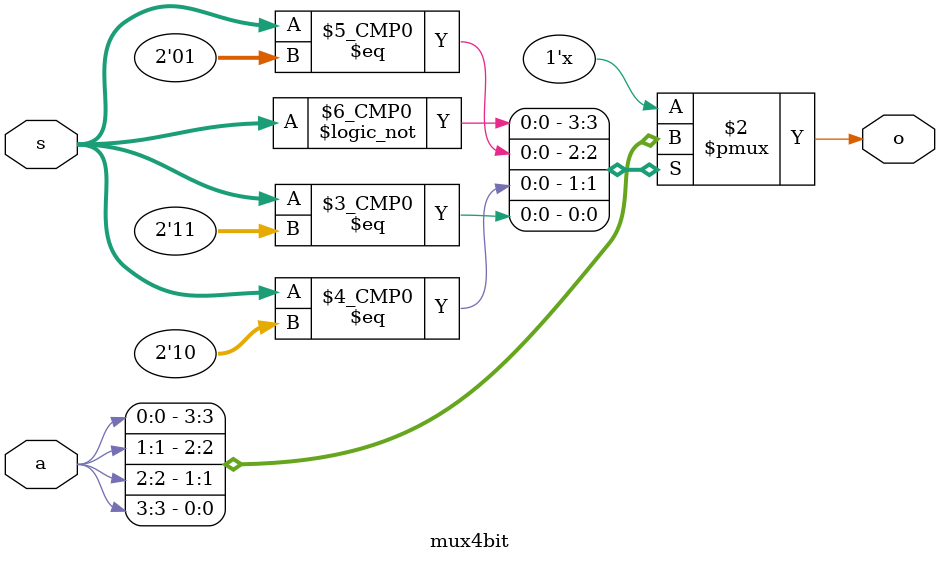
<source format=v>
`timescale 1ns / 1ps


module mux4bit(a,s,o);
input [3:0] a;
input [1:0] s;
output o;
reg o;
always @(a or s)
begin
case(s)
2'b00:o=a[0];
2'b01:o=a[1];
2'b10:o=a[2];
2'b11:o=a[3];
endcase
end
endmodule

</source>
